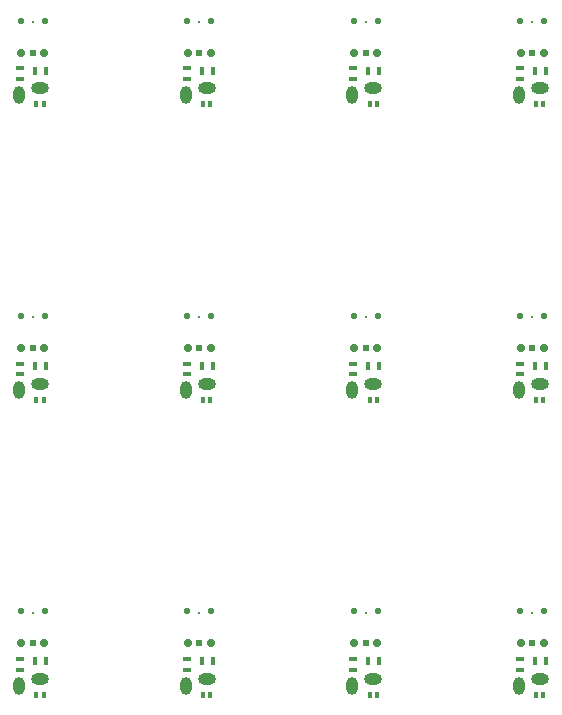
<source format=gbr>
%TF.GenerationSoftware,Altium Limited,Altium Designer,22.0.2 (36)*%
G04 Layer_Color=255*
%FSLAX26Y26*%
%MOIN*%
%TF.SameCoordinates,7C2B3453-B62B-4687-BB94-77A5B7653B1A*%
%TF.FilePolarity,Positive*%
%TF.FileFunction,Pads,Top*%
%TF.Part,CustomerPanel*%
G01*
G75*
%TA.AperFunction,SMDPad,CuDef*%
%ADD11R,0.015748X0.019685*%
%ADD12R,0.026575X0.017716*%
%ADD13R,0.017716X0.026575*%
%ADD14C,0.022047*%
%ADD15C,0.007874*%
%ADD16C,0.028346*%
%ADD17C,0.024016*%
%ADD18O,0.059055X0.039370*%
%ADD19O,0.039370X0.059055*%
%TA.AperFunction,WasherPad*%
%ADD21C,0.003937*%
D11*
X-826496Y-1108583D02*
D03*
X-802874D02*
D03*
X-271181D02*
D03*
X-247559D02*
D03*
X284134D02*
D03*
X307756D02*
D03*
X839449D02*
D03*
X863071D02*
D03*
X-826496Y-124331D02*
D03*
X-802874D02*
D03*
X-271181D02*
D03*
X-247559D02*
D03*
X284134D02*
D03*
X307756D02*
D03*
X839449D02*
D03*
X863071D02*
D03*
X-826496Y859921D02*
D03*
X-802874D02*
D03*
X-271181D02*
D03*
X-247559D02*
D03*
X284134D02*
D03*
X307756D02*
D03*
X839449D02*
D03*
X863071D02*
D03*
D12*
X-880630Y-1024429D02*
D03*
Y-988012D02*
D03*
X-325315Y-1024429D02*
D03*
Y-988012D02*
D03*
X230000Y-1024429D02*
D03*
Y-988012D02*
D03*
X785315Y-1024429D02*
D03*
Y-988012D02*
D03*
X-880630Y-40177D02*
D03*
Y-3760D02*
D03*
X-325315Y-40177D02*
D03*
Y-3760D02*
D03*
X230000Y-40177D02*
D03*
Y-3760D02*
D03*
X785315Y-40177D02*
D03*
Y-3760D02*
D03*
X-880630Y944075D02*
D03*
Y980492D02*
D03*
X-325315Y944075D02*
D03*
Y980492D02*
D03*
X230000Y944075D02*
D03*
Y980492D02*
D03*
X785315Y944075D02*
D03*
Y980492D02*
D03*
D13*
X-794016Y-996378D02*
D03*
X-830433D02*
D03*
X-238701D02*
D03*
X-275118D02*
D03*
X316614D02*
D03*
X280197D02*
D03*
X871929D02*
D03*
X835512D02*
D03*
X-794016Y-12126D02*
D03*
X-830433D02*
D03*
X-238701D02*
D03*
X-275118D02*
D03*
X316614D02*
D03*
X280197D02*
D03*
X871929D02*
D03*
X835512D02*
D03*
X-794016Y972126D02*
D03*
X-830433D02*
D03*
X-238701D02*
D03*
X-275118D02*
D03*
X316614D02*
D03*
X280197D02*
D03*
X871929D02*
D03*
X835512D02*
D03*
D14*
X-879094Y-828779D02*
D03*
X-799173D02*
D03*
X-323779D02*
D03*
X-243858D02*
D03*
X231536D02*
D03*
X311457D02*
D03*
X786851D02*
D03*
X866772D02*
D03*
X-879094Y155472D02*
D03*
X-799173D02*
D03*
X-323779D02*
D03*
X-243858D02*
D03*
X231536D02*
D03*
X311457D02*
D03*
X786851D02*
D03*
X866772D02*
D03*
X-879094Y1139725D02*
D03*
X-799173D02*
D03*
X-323779D02*
D03*
X-243858D02*
D03*
X231536D02*
D03*
X311457D02*
D03*
X786851D02*
D03*
X866772D02*
D03*
D15*
X-839134Y-833583D02*
D03*
X-283819D02*
D03*
X271496D02*
D03*
X826811D02*
D03*
X-839134Y150669D02*
D03*
X-283819D02*
D03*
X271496D02*
D03*
X826811D02*
D03*
X-839134Y1134921D02*
D03*
X-283819D02*
D03*
X271496D02*
D03*
X826811D02*
D03*
D16*
X-877323Y-936654D02*
D03*
X-801338D02*
D03*
X-322008D02*
D03*
X-246024D02*
D03*
X233307D02*
D03*
X309291D02*
D03*
X788622D02*
D03*
X864606D02*
D03*
X-877323Y47599D02*
D03*
X-801338D02*
D03*
X-322008D02*
D03*
X-246024D02*
D03*
X233307D02*
D03*
X309291D02*
D03*
X788622D02*
D03*
X864606D02*
D03*
X-877323Y1031851D02*
D03*
X-801338D02*
D03*
X-322008D02*
D03*
X-246024D02*
D03*
X233307D02*
D03*
X309291D02*
D03*
X788622D02*
D03*
X864606D02*
D03*
D17*
X-839134Y-936654D02*
D03*
X-283819D02*
D03*
X271496D02*
D03*
X826811D02*
D03*
X-839134Y47599D02*
D03*
X-283819D02*
D03*
X271496D02*
D03*
X826811D02*
D03*
X-839134Y1031851D02*
D03*
X-283819D02*
D03*
X271496D02*
D03*
X826811D02*
D03*
D18*
X-814685Y-1054449D02*
D03*
X-259370D02*
D03*
X295945D02*
D03*
X851260D02*
D03*
X-814685Y-70197D02*
D03*
X-259370D02*
D03*
X295945D02*
D03*
X851260D02*
D03*
X-814685Y914055D02*
D03*
X-259370D02*
D03*
X295945D02*
D03*
X851260D02*
D03*
D19*
X-883583Y-1077086D02*
D03*
X-328268D02*
D03*
X227047D02*
D03*
X782362D02*
D03*
X-883583Y-92835D02*
D03*
X-328268D02*
D03*
X227047D02*
D03*
X782362D02*
D03*
X-883583Y891418D02*
D03*
X-328268D02*
D03*
X227047D02*
D03*
X782362D02*
D03*
D21*
X-839291Y-853661D02*
D03*
X-283976D02*
D03*
X271339D02*
D03*
X826654D02*
D03*
X-839291Y130591D02*
D03*
X-283976D02*
D03*
X271339D02*
D03*
X826654D02*
D03*
X-839291Y1114843D02*
D03*
X-283976D02*
D03*
X271339D02*
D03*
X826654D02*
D03*
%TF.MD5,7026757fbff21076f2f7935d8b70dca6*%
M02*

</source>
